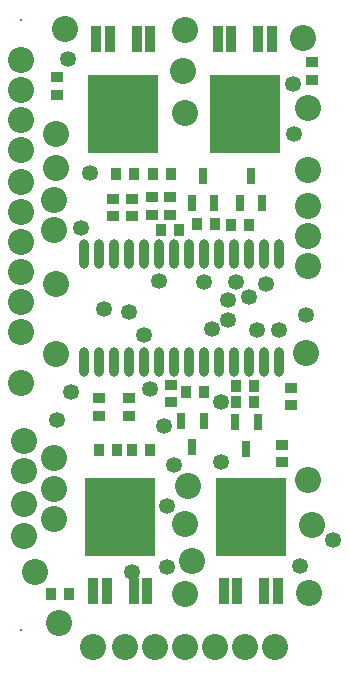
<source format=gts>
%FSLAX25Y25*%
%MOIN*%
G70*
G01*
G75*
G04 Layer_Color=8388736*
%ADD10R,0.02756X0.03543*%
%ADD11R,0.03543X0.02756*%
%ADD12O,0.02362X0.09055*%
%ADD13R,0.22835X0.25197*%
%ADD14R,0.03150X0.08661*%
%ADD15R,0.02362X0.04528*%
%ADD16C,0.01000*%
%ADD17C,0.07000*%
%ADD18C,0.06400*%
%ADD19C,0.06500*%
%ADD20R,0.60500X0.07500*%
%ADD21R,0.08000X0.18500*%
%ADD22C,0.07874*%
%ADD23C,0.04500*%
%ADD24R,0.03740X0.03543*%
%ADD25R,0.03543X0.03740*%
%ADD26C,0.01969*%
%ADD27R,0.09000X0.09500*%
%ADD28C,0.02362*%
%ADD29C,0.00984*%
%ADD30C,0.00600*%
%ADD31C,0.00787*%
%ADD32C,0.00500*%
%ADD33R,0.03556X0.04343*%
%ADD34R,0.04343X0.03556*%
%ADD35O,0.03162X0.09855*%
%ADD36R,0.23635X0.25997*%
%ADD37R,0.03386X0.08898*%
%ADD38R,0.03162X0.05328*%
%ADD39C,0.08674*%
%ADD40C,0.00800*%
%ADD41C,0.05300*%
D33*
X87453Y92000D02*
D03*
X81547D02*
D03*
X62453Y144000D02*
D03*
X56547D02*
D03*
X68547Y146000D02*
D03*
X74453D02*
D03*
X70953Y90000D02*
D03*
X65047D02*
D03*
X87453Y86500D02*
D03*
X81547D02*
D03*
X80047Y145500D02*
D03*
X85953D02*
D03*
X41953Y70500D02*
D03*
X36047D02*
D03*
X52953D02*
D03*
X47047D02*
D03*
X41547Y162500D02*
D03*
X47453D02*
D03*
X54047D02*
D03*
X59953D02*
D03*
X20047Y22500D02*
D03*
X25953D02*
D03*
D34*
X60000Y92453D02*
D03*
Y86547D02*
D03*
X100000Y91453D02*
D03*
Y85547D02*
D03*
X59500Y149047D02*
D03*
Y154953D02*
D03*
X97000Y66547D02*
D03*
Y72453D02*
D03*
X22000Y189047D02*
D03*
Y194953D02*
D03*
X107000Y199953D02*
D03*
Y194047D02*
D03*
X46000Y82047D02*
D03*
Y87953D02*
D03*
X53500Y154953D02*
D03*
Y149047D02*
D03*
X47000Y154453D02*
D03*
Y148547D02*
D03*
X40500Y154453D02*
D03*
Y148547D02*
D03*
X36000Y82047D02*
D03*
Y87953D02*
D03*
D35*
X96000Y135913D02*
D03*
X91000D02*
D03*
X86000D02*
D03*
X81000D02*
D03*
X76000D02*
D03*
X71000D02*
D03*
X66000D02*
D03*
X61000D02*
D03*
X56000D02*
D03*
X51000D02*
D03*
X46000D02*
D03*
X41000D02*
D03*
X36000D02*
D03*
X31000D02*
D03*
X96000Y100087D02*
D03*
X91000D02*
D03*
X86000D02*
D03*
X81000D02*
D03*
X76000D02*
D03*
X71000D02*
D03*
X66000D02*
D03*
X61000D02*
D03*
X56000D02*
D03*
X51000D02*
D03*
X46000D02*
D03*
X41000D02*
D03*
X36000D02*
D03*
X31000D02*
D03*
D36*
X42976Y48303D02*
D03*
X86476D02*
D03*
X44024Y182697D02*
D03*
X84524D02*
D03*
D37*
X51953Y23500D02*
D03*
X47465D02*
D03*
X38488D02*
D03*
X34000D02*
D03*
X95453D02*
D03*
X90965D02*
D03*
X81988D02*
D03*
X77500D02*
D03*
X35047Y207500D02*
D03*
X39535D02*
D03*
X48512D02*
D03*
X53000D02*
D03*
X75547D02*
D03*
X80035D02*
D03*
X89012D02*
D03*
X93500D02*
D03*
D38*
X70740Y80429D02*
D03*
X63260D02*
D03*
X67000Y71571D02*
D03*
X88740Y79929D02*
D03*
X81260D02*
D03*
X85000Y71071D02*
D03*
X66760Y153071D02*
D03*
X74240D02*
D03*
X70500Y161929D02*
D03*
X82760Y153071D02*
D03*
X90240D02*
D03*
X86500Y161929D02*
D03*
D39*
X11000Y73500D02*
D03*
Y63500D02*
D03*
X14500Y30000D02*
D03*
X64500Y22500D02*
D03*
X64000Y197000D02*
D03*
X64500Y210500D02*
D03*
X11000Y42000D02*
D03*
X21000Y68000D02*
D03*
X11000Y52500D02*
D03*
X10000Y93000D02*
D03*
Y110000D02*
D03*
Y120000D02*
D03*
X105000Y103000D02*
D03*
X22500Y13000D02*
D03*
X64500Y183000D02*
D03*
X65500Y58500D02*
D03*
X104000Y208000D02*
D03*
X10000Y150000D02*
D03*
Y200500D02*
D03*
X105500Y60500D02*
D03*
X10000Y180500D02*
D03*
Y190500D02*
D03*
Y160000D02*
D03*
Y170500D02*
D03*
Y140000D02*
D03*
Y130000D02*
D03*
X21500Y102500D02*
D03*
Y126000D02*
D03*
X21000Y57500D02*
D03*
X34000Y5000D02*
D03*
X54500D02*
D03*
X64500D02*
D03*
X21000Y144000D02*
D03*
X74500Y5000D02*
D03*
X84500D02*
D03*
X44500D02*
D03*
X94500D02*
D03*
X67000Y33500D02*
D03*
X105500Y164000D02*
D03*
X21500Y176000D02*
D03*
X105500Y184500D02*
D03*
X107000Y45500D02*
D03*
X21000Y47500D02*
D03*
X105500Y142000D02*
D03*
Y132000D02*
D03*
X24500Y211000D02*
D03*
X64500Y46000D02*
D03*
X106000Y23000D02*
D03*
X21000Y154000D02*
D03*
X105500Y152000D02*
D03*
X21500Y164500D02*
D03*
D40*
X10000Y214000D02*
D03*
Y10500D02*
D03*
D41*
X76500Y86500D02*
D03*
X91500Y126000D02*
D03*
X53000Y91000D02*
D03*
X73500Y111000D02*
D03*
X79000Y114000D02*
D03*
X88500Y110500D02*
D03*
X86000Y121500D02*
D03*
X81500Y126500D02*
D03*
X79000Y120500D02*
D03*
X46000Y116500D02*
D03*
X96000Y110500D02*
D03*
X57500Y78500D02*
D03*
X47000Y30000D02*
D03*
X103000Y32000D02*
D03*
X58500Y31500D02*
D03*
X101000Y176000D02*
D03*
X25500Y201000D02*
D03*
X33000Y163000D02*
D03*
X76500Y66500D02*
D03*
X58500Y52000D02*
D03*
X30000Y144500D02*
D03*
X71000Y126500D02*
D03*
X51000Y109000D02*
D03*
X22000Y80500D02*
D03*
X26500Y90000D02*
D03*
X56000Y127000D02*
D03*
X37500Y117500D02*
D03*
X105000Y115500D02*
D03*
X61000Y65500D02*
D03*
X114000Y40500D02*
D03*
X100500Y192500D02*
D03*
M02*

</source>
